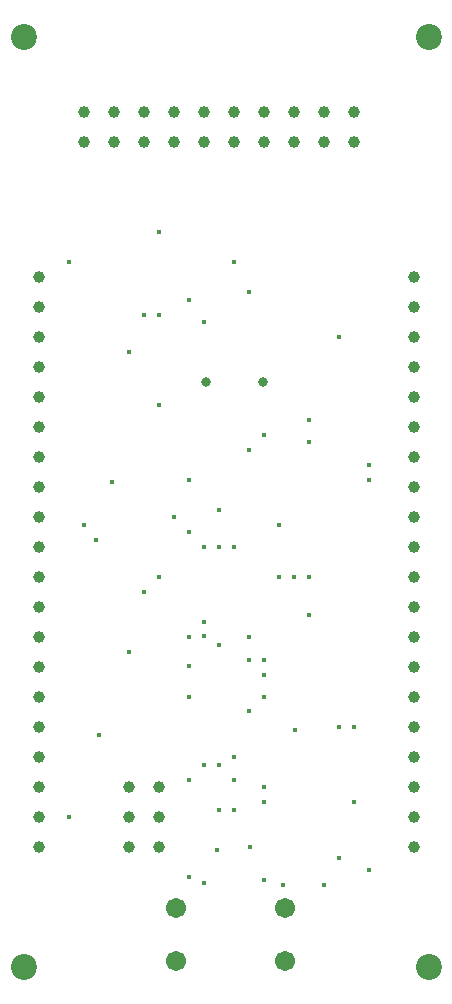
<source format=gbr>
%TF.GenerationSoftware,KiCad,Pcbnew,7.0.7*%
%TF.CreationDate,2023-09-22T09:56:48+09:00*%
%TF.ProjectId,STM32F103_dev_board,53544d33-3246-4313-9033-5f6465765f62,1.0*%
%TF.SameCoordinates,Original*%
%TF.FileFunction,Plated,1,4,PTH,Drill*%
%TF.FilePolarity,Positive*%
%FSLAX46Y46*%
G04 Gerber Fmt 4.6, Leading zero omitted, Abs format (unit mm)*
G04 Created by KiCad (PCBNEW 7.0.7) date 2023-09-22 09:56:48*
%MOMM*%
%LPD*%
G01*
G04 APERTURE LIST*
%TA.AperFunction,ViaDrill*%
%ADD10C,0.400000*%
%TD*%
%TA.AperFunction,ComponentDrill*%
%ADD11C,0.800000*%
%TD*%
%TA.AperFunction,ComponentDrill*%
%ADD12C,1.000000*%
%TD*%
%TA.AperFunction,ComponentDrill*%
%ADD13C,1.710000*%
%TD*%
%TA.AperFunction,ComponentDrill*%
%ADD14C,2.200000*%
%TD*%
G04 APERTURE END LIST*
D10*
X132080000Y-79320000D03*
X132080000Y-126310000D03*
X133350000Y-101600000D03*
X134345500Y-102870000D03*
X134620000Y-119380000D03*
X135722701Y-97957299D03*
X137160000Y-86940000D03*
X137160000Y-112340000D03*
X138430000Y-83820000D03*
X138430000Y-107260000D03*
X139700000Y-76780000D03*
X139700000Y-83820000D03*
X139700000Y-91440000D03*
X139700000Y-105990000D03*
X140970000Y-100910000D03*
X142218369Y-113562009D03*
X142240000Y-82550000D03*
X142240000Y-97790000D03*
X142240000Y-102180000D03*
X142240000Y-111070000D03*
X142240000Y-116150000D03*
X142240000Y-123190000D03*
X142240000Y-131445000D03*
X143510000Y-84400000D03*
X143510000Y-103450000D03*
X143510000Y-109800000D03*
X143510000Y-110998000D03*
X143510000Y-121920000D03*
X143510000Y-131953000D03*
X144653000Y-129159000D03*
X144780000Y-100330000D03*
X144780000Y-103450000D03*
X144780000Y-121920000D03*
X144780000Y-125730000D03*
X144824341Y-111791705D03*
X146050000Y-79320000D03*
X146050000Y-103450000D03*
X146050000Y-121230000D03*
X146050000Y-123190000D03*
X146050000Y-125730000D03*
X147320000Y-81860000D03*
X147320000Y-95250000D03*
X147320000Y-111070000D03*
X147320000Y-113030000D03*
X147320000Y-117348000D03*
X147447000Y-128905000D03*
X148590000Y-93980000D03*
X148590000Y-113030000D03*
X148590000Y-114300000D03*
X148590000Y-116150000D03*
X148590000Y-123770000D03*
X148590000Y-125040000D03*
X148590000Y-131699000D03*
X149860000Y-101600000D03*
X149860000Y-105990000D03*
X150241000Y-132080000D03*
X151130000Y-105990000D03*
X151257000Y-118999000D03*
X152400000Y-92710000D03*
X152400000Y-94560000D03*
X152400000Y-105990000D03*
X152400000Y-109220000D03*
X153670000Y-132080000D03*
X154935701Y-129789701D03*
X154940000Y-85670000D03*
X154940000Y-118690000D03*
X156210000Y-118690000D03*
X156210000Y-125040000D03*
X157480000Y-96520000D03*
X157480000Y-97790000D03*
X157480000Y-130810000D03*
D11*
%TO.C,Y1*%
X143670000Y-89480000D03*
X148550000Y-89480000D03*
D12*
%TO.C,J2*%
X129540000Y-80590000D03*
X129540000Y-83130000D03*
X129540000Y-85670000D03*
X129540000Y-88210000D03*
X129540000Y-90750000D03*
X129540000Y-93290000D03*
X129540000Y-95830000D03*
X129540000Y-98370000D03*
X129540000Y-100910000D03*
X129540000Y-103450000D03*
X129540000Y-105990000D03*
X129540000Y-108530000D03*
X129540000Y-111070000D03*
X129540000Y-113610000D03*
X129540000Y-116150000D03*
X129540000Y-118690000D03*
X129540000Y-121230000D03*
X129540000Y-123770000D03*
X129540000Y-126310000D03*
X129540000Y-128850000D03*
%TO.C,J1*%
X133350000Y-66620000D03*
X133350000Y-69160000D03*
X135890000Y-66620000D03*
X135890000Y-69160000D03*
%TO.C,J4*%
X137155000Y-123785000D03*
X137155000Y-126325000D03*
X137155000Y-128865000D03*
%TO.C,J1*%
X138430000Y-66620000D03*
X138430000Y-69160000D03*
%TO.C,J4*%
X139695000Y-123785000D03*
X139695000Y-126325000D03*
X139695000Y-128865000D03*
%TO.C,J1*%
X140970000Y-66620000D03*
X140970000Y-69160000D03*
X143510000Y-66620000D03*
X143510000Y-69160000D03*
X146050000Y-66620000D03*
X146050000Y-69160000D03*
X148590000Y-66620000D03*
X148590000Y-69160000D03*
X151130000Y-66620000D03*
X151130000Y-69160000D03*
X153670000Y-66620000D03*
X153670000Y-69160000D03*
X156210000Y-66620000D03*
X156210000Y-69160000D03*
%TO.C,J3*%
X161290000Y-80590000D03*
X161290000Y-83130000D03*
X161290000Y-85670000D03*
X161290000Y-88210000D03*
X161290000Y-90750000D03*
X161290000Y-93290000D03*
X161290000Y-95830000D03*
X161290000Y-98370000D03*
X161290000Y-100910000D03*
X161290000Y-103450000D03*
X161290000Y-105990000D03*
X161290000Y-108530000D03*
X161290000Y-111070000D03*
X161290000Y-113610000D03*
X161290000Y-116150000D03*
X161290000Y-118690000D03*
X161290000Y-121230000D03*
X161290000Y-123770000D03*
X161290000Y-126310000D03*
X161290000Y-128850000D03*
D13*
%TO.C,J6*%
X141148000Y-134057000D03*
X141148000Y-138557000D03*
X150368000Y-134057000D03*
X150368000Y-138557000D03*
D14*
%TO.C,REF\u002A\u002A*%
X128270000Y-60270000D03*
X128285913Y-139053348D03*
X162560000Y-60270000D03*
X162560000Y-139010000D03*
M02*

</source>
